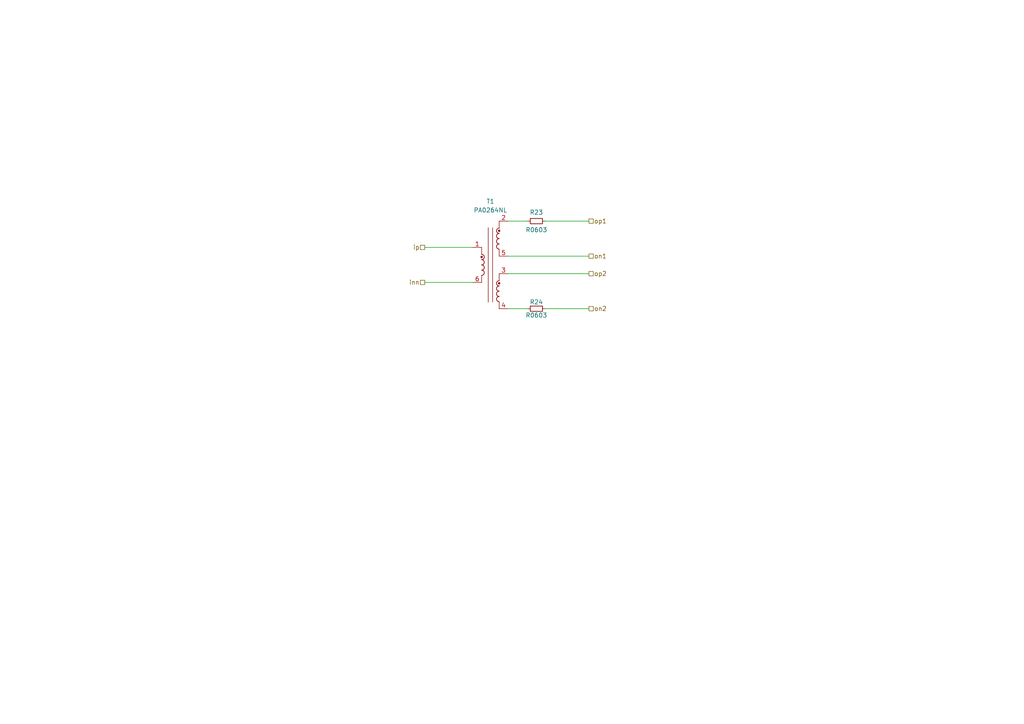
<source format=kicad_sch>
(kicad_sch (version 20211123) (generator eeschema)
  (paper "A4")
  (lib_symbols
    (symbol "Device:R_Small" (pin_numbers hide) (pin_names (offset 0.254) hide)
      (property "Reference" "R" (at 0.762 0.508 0))
      (property "Value" "R_Small" (at 0.762 -1.016 0))
      (symbol "R_Small_0_1"
        (rectangle (start -0.762 1.778) (end 0.762 -1.778) (stroke (width 0.2032)))
      )
      (symbol "R_Small_1_1"
        (pin passive line (at 0 2.54 270) (length 0.762) (name "~") (number "1"))
        (pin passive line (at 0 -2.54 90) (length 0.762) (name "~") (number "2"))
      )
    )
    (symbol "Transformer:PA0264NL" (pin_names hide)
      (property "Reference" "T" (at 0 13.97 0))
      (property "Value" "PA0264NL" (at 0 -13.97 0))
      (symbol "PA0264NL_0_1"
        (arc (start -2.54 -3.048) (mid -1.778 -2.286) (end -2.54 -1.524) (stroke (width 0.2032)))
        (arc (start -2.54 -1.524) (mid -1.778 -0.762) (end -2.54 0) (stroke (width 0.2032)))
        (arc (start -2.54 0) (mid -1.778 0.762) (end -2.54 1.524) (stroke (width 0.2032)))
        (circle (center -2.54 2.286) (radius 0.254) (fill (type outline)))
        (polyline (pts (xy -2.54 -3.048) (xy -2.54 -5.08)))
        (polyline (pts (xy -2.54 5.08) (xy -2.54 3.048)))
        (polyline (pts (xy -0.635 10.795) (xy -0.635 -10.795)))
        (polyline (pts (xy 0.635 10.795) (xy 0.635 -10.795)))
        (polyline (pts (xy 2.54 -10.668) (xy 2.54 -12.7)))
        (polyline (pts (xy 2.54 -2.54) (xy 2.54 -4.572)))
        (polyline (pts (xy 2.54 4.572) (xy 2.54 2.54)))
        (polyline (pts (xy 2.54 12.7) (xy 2.54 10.668)))
        (arc (start 2.54 -9.144) (mid 1.778 -9.906) (end 2.54 -10.668) (stroke (width 0.2032)))
        (arc (start 2.54 -7.62) (mid 1.778 -8.382) (end 2.54 -9.144) (stroke (width 0.2032)))
        (arc (start 2.54 -6.096) (mid 1.778 -6.858) (end 2.54 -7.62) (stroke (width 0.2032)))
        (circle (center 2.54 -5.334) (radius 0.254) (fill (type outline)))
        (arc (start 2.54 -4.572) (mid 1.778 -5.334) (end 2.54 -6.096) (stroke (width 0.2032)))
        (arc (start 2.54 6.096) (mid 1.778 5.334) (end 2.54 4.572) (stroke (width 0.2032)))
        (arc (start 2.54 7.62) (mid 1.778 6.858) (end 2.54 6.096) (stroke (width 0.2032)))
        (arc (start 2.54 9.144) (mid 1.778 8.382) (end 2.54 7.62) (stroke (width 0.2032)))
        (circle (center 2.54 9.906) (radius 0.254) (fill (type outline)))
        (arc (start 2.54 10.668) (mid 1.778 9.906) (end 2.54 9.144) (stroke (width 0.2032)))
      )
      (symbol "PA0264NL_1_1"
        (arc (start -2.54 1.524) (mid -1.778 2.286) (end -2.54 3.048) (stroke (width 0.2032)))
        (pin passive line (at -5.08 5.08 0) (length 2.54) (name "~") (number "1"))
        (pin passive line (at 5.08 12.7 180) (length 2.54) (name "~") (number "2"))
        (pin passive line (at 5.08 -2.54 180) (length 2.54) (name "~") (number "3"))
        (pin passive line (at 5.08 -12.7 180) (length 2.54) (name "~") (number "4"))
        (pin passive line (at 5.08 2.54 180) (length 2.54) (name "~") (number "5"))
        (pin passive line (at -5.08 -5.08 0) (length 2.54) (name "~") (number "6"))
      )
    )
  )
  (wire (pts (xy 158.115 89.535) (xy 170.815 89.535)))
  (wire (pts (xy 123.19 81.915) (xy 137.16 81.915)))
  (wire (pts (xy 147.32 89.535) (xy 153.035 89.535)))
  (wire (pts (xy 158.115 64.135) (xy 170.815 64.135)))
  (wire (pts (xy 147.32 64.135) (xy 153.035 64.135)))
  (wire (pts (xy 147.32 74.295) (xy 170.815 74.295)))
  (wire (pts (xy 123.19 71.755) (xy 137.16 71.755)))
  (wire (pts (xy 147.32 79.375) (xy 170.815 79.375)))
  (hierarchical_label "on2" (shape passive) (at 170.815 89.535 0))
  (hierarchical_label "op2" (shape passive) (at 170.815 79.375 0))
  (hierarchical_label "inn" (shape passive) (at 123.19 81.915 180))
  (hierarchical_label "op1" (shape passive) (at 170.815 64.135 0))
  (hierarchical_label "ip" (shape passive) (at 123.19 71.755 180))
  (hierarchical_label "on1" (shape passive) (at 170.815 74.295 0))
  (symbol (lib_id "Transformer:PA0264NL") (at 142.24 76.835 0) (unit 1)
    (property "Reference" "T1" (at 142.24 58.42 0))
    (property "Value" "PA0264NL" (at 142.24 60.96 0))
    (property "Footprint" "Transformer_SMD:Pulse_PA2004NL" (effects hide))
    (property "Datasheet" "https://productfinder.pulseeng.com/products/datasheets/SPM2007_61.pdf" (effects hide))
  )
  (symbol (lib_id "Device:R_Small") (at 155.575 64.135 90) (unit 1)
    (property "Reference" "R23" (at 155.575 61.595 90))
    (property "Value" "R0603" (at 155.575 66.675 90))
    (property "Footprint" "Resistor_SMD:R_0603_1608Metric_Pad0.98x0.95mm_HandSolder" (effects hide))
  )
  (symbol (lib_id "Device:R_Small") (at 155.575 89.535 90) (unit 1)
    (property "Reference" "R24" (at 155.575 87.63 90))
    (property "Value" "R0603" (at 155.575 91.44 90))
    (property "Footprint" "Resistor_SMD:R_0603_1608Metric_Pad0.98x0.95mm_HandSolder" (effects hide))
  )
)
</source>
